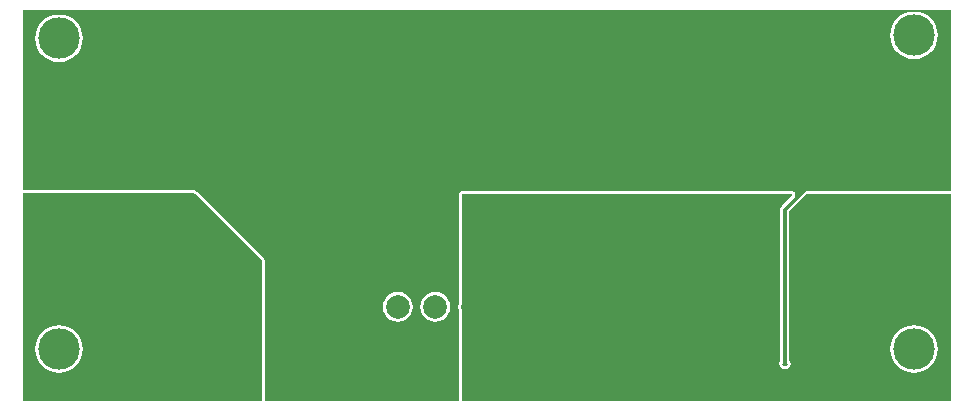
<source format=gbl>
%FSTAX23Y23*%
%MOIN*%
%SFA1B1*%

%IPPOS*%
%ADD13C,0.010000*%
%ADD25C,0.138000*%
%ADD26C,0.078700*%
%ADD27R,0.098400X0.078700*%
%ADD28C,0.017700*%
%LNpcb1-1*%
%LPD*%
G36*
X05254Y04248D02*
X05253Y04247D01*
X04772*
X04768Y04247*
X04765Y04244*
X04707Y04186*
X04705Y04183*
X04704Y04179*
Y03681*
X04704Y0368*
Y03679*
X04704Y03678*
X04705Y03677*
X04705Y03677*
X04706Y03676*
X04707Y03674*
X04708Y0367*
X04707Y03667*
X04705Y03664*
X04702Y03662*
X04699Y03661*
X04695Y03662*
X04693Y03664*
X04691Y03667*
X0469Y0367*
X04691Y03674*
X04692Y03676*
X04692Y03677*
X04693Y03677*
X04693Y03678*
X04694Y03679*
Y0368*
X04694Y03681*
Y04185*
X04694Y04187*
X04696Y0419*
X04731Y04225*
X04734Y04229*
X04734Y04233*
X04734Y04237*
X04732Y04241*
X04729Y04244*
X04726Y04247*
X04722Y04247*
X03624*
X0362Y04247*
X03617Y04244*
X03615Y04241*
X03614Y04237*
Y03879*
X03611Y03872*
X0361Y0386*
X03611Y03847*
X03614Y03841*
Y03546*
X03613Y03545*
X02965*
Y04015*
X02964Y04018*
X02962Y04022*
X02737Y04247*
X02733Y04249*
X0273Y0425*
X0216*
Y04849*
X05254*
Y04248*
G37*
G36*
X05253Y03546D02*
X03624D01*
Y04237*
X04722*
X04724Y04233*
X04688Y04196*
X04685Y04191*
X04684Y04186*
Y03681*
X04681Y03678*
X0468Y0367*
X04681Y03663*
X04685Y03657*
X04691Y03652*
X04699Y03651*
X04706Y03652*
X04712Y03657*
X04717Y03663*
X04718Y0367*
X04717Y03678*
X04714Y03681*
Y04179*
X04772Y04237*
X05253*
Y03546*
G37*
G36*
X02955Y04015D02*
Y03545D01*
X0216*
Y0424*
X0273*
X02955Y04015*
G37*
%LNpcb1-2*%
%LPC*%
G36*
X0513Y04844D02*
X05114Y04842D01*
X05099Y04838*
X05085Y04831*
X05073Y04821*
X05064Y04809*
X05056Y04795*
X05052Y0478*
X0505Y04765*
X05052Y04749*
X05056Y04734*
X05064Y0472*
X05073Y04708*
X05085Y04699*
X05099Y04691*
X05114Y04687*
X0513Y04685*
X05145Y04687*
X0516Y04691*
X05174Y04699*
X05186Y04708*
X05196Y0472*
X05203Y04734*
X05207Y04749*
X05209Y04765*
X05207Y0478*
X05203Y04795*
X05196Y04809*
X05186Y04821*
X05174Y04831*
X0516Y04838*
X05145Y04842*
X0513Y04844*
G37*
G36*
X0228Y04834D02*
X02264Y04832D01*
X02249Y04828*
X02235Y04821*
X02223Y04811*
X02214Y04799*
X02206Y04785*
X02202Y0477*
X022Y04755*
X02202Y04739*
X02206Y04724*
X02214Y0471*
X02223Y04698*
X02235Y04689*
X02249Y04681*
X02264Y04677*
X0228Y04675*
X02295Y04677*
X0231Y04681*
X02324Y04689*
X02336Y04698*
X02346Y0471*
X02353Y04724*
X02357Y04739*
X02359Y04755*
X02357Y0477*
X02353Y04785*
X02346Y04799*
X02336Y04811*
X02324Y04821*
X0231Y04828*
X02295Y04832*
X0228Y04834*
G37*
G36*
X03534Y03909D02*
X03521Y03908D01*
X03509Y03903*
X03498Y03895*
X0349Y03884*
X03485Y03872*
X03484Y0386*
X03485Y03847*
X0349Y03835*
X03498Y03824*
X03509Y03816*
X03521Y03811*
X03534Y0381*
X03546Y03811*
X03558Y03816*
X03569Y03824*
X03577Y03835*
X03582Y03847*
X03583Y0386*
X03582Y03872*
X03577Y03884*
X03569Y03895*
X03558Y03903*
X03546Y03908*
X03534Y03909*
G37*
G36*
X03408D02*
X03395Y03908D01*
X03383Y03903*
X03373Y03895*
X03365Y03884*
X0336Y03872*
X03359Y0386*
X0336Y03847*
X03365Y03835*
X03373Y03824*
X03383Y03816*
X03395Y03811*
X03408Y0381*
X03421Y03811*
X03433Y03816*
X03444Y03824*
X03451Y03835*
X03456Y03847*
X03458Y0386*
X03456Y03872*
X03451Y03884*
X03444Y03895*
X03433Y03903*
X03421Y03908*
X03408Y03909*
G37*
G36*
X0513Y03799D02*
X05114Y03797D01*
X05099Y03793*
X05085Y03786*
X05073Y03776*
X05064Y03764*
X05056Y0375*
X05052Y03735*
X0505Y0372*
X05052Y03704*
X05056Y03689*
X05064Y03675*
X05073Y03663*
X05085Y03654*
X05099Y03646*
X05114Y03642*
X0513Y0364*
X05145Y03642*
X0516Y03646*
X05174Y03654*
X05186Y03663*
X05196Y03675*
X05203Y03689*
X05207Y03704*
X05209Y0372*
X05207Y03735*
X05203Y0375*
X05196Y03764*
X05186Y03776*
X05174Y03786*
X0516Y03793*
X05145Y03797*
X0513Y03799*
G37*
G36*
X0228D02*
X02264Y03797D01*
X02249Y03793*
X02235Y03786*
X02223Y03776*
X02214Y03764*
X02206Y0375*
X02202Y03735*
X022Y0372*
X02202Y03704*
X02206Y03689*
X02214Y03675*
X02223Y03663*
X02235Y03654*
X02249Y03646*
X02264Y03642*
X0228Y0364*
X02295Y03642*
X0231Y03646*
X02324Y03654*
X02336Y03663*
X02346Y03675*
X02353Y03689*
X02357Y03704*
X02359Y0372*
X02357Y03735*
X02353Y0375*
X02346Y03764*
X02336Y03776*
X02324Y03786*
X0231Y03793*
X02295Y03797*
X0228Y03799*
G37*
%LNpcb1-3*%
%LPD*%
G54D13*
X04699Y04186D02*
X04838Y04325D01*
X05095*
X04699Y0367D02*
Y04186D01*
G54D25*
X0228Y0372D03*
X0513D03*
Y04765D03*
X0228Y04755D03*
G54D26*
X02908Y0461D03*
X04285D03*
Y0386D03*
X0366D03*
X03534D03*
X03408D03*
X02908D03*
G54D27*
X05095Y04325D03*
Y04125D03*
X02305Y04145D03*
Y04345D03*
G54D28*
X052Y042D03*
X05225Y0415D03*
X052Y041D03*
X05225Y0405D03*
X052Y04D03*
X05225Y0395D03*
X052Y039D03*
X05225Y0385D03*
X052Y038D03*
X05225Y0375D03*
Y0365D03*
X052Y036D03*
X0515Y042D03*
X05175Y0415D03*
Y0405D03*
X0515Y04D03*
X05175Y0395D03*
X0515Y039D03*
X05175Y0385D03*
X0515Y036D03*
X051Y042D03*
X05125Y0405D03*
X051Y04D03*
X05125Y0395D03*
X051Y039D03*
X05125Y0385D03*
X051Y036D03*
X0505Y042D03*
X05075Y0405D03*
X0505Y04D03*
X05075Y0395D03*
X0505Y039D03*
X05075Y0385D03*
X0505Y038D03*
X05075Y0365D03*
X0505Y036D03*
X05Y042D03*
X05025Y0415D03*
X05Y041D03*
X05025Y0405D03*
X05Y04D03*
X05025Y0395D03*
X05Y039D03*
X05025Y0385D03*
X05Y038D03*
X05025Y0375D03*
X05Y037D03*
X05025Y0365D03*
X05Y036D03*
X0495Y042D03*
X04975Y0415D03*
X0495Y041D03*
X04975Y0405D03*
X0495Y04D03*
X04975Y0395D03*
X0495Y039D03*
X04975Y0385D03*
X0495Y038D03*
X04975Y0375D03*
X0495Y037D03*
X04975Y0365D03*
X0495Y036D03*
X049Y042D03*
X04925Y0415D03*
X049Y041D03*
X04925Y0405D03*
X049Y04D03*
X04925Y0395D03*
X049Y039D03*
X04925Y0385D03*
X049Y038D03*
X04925Y0375D03*
X049Y037D03*
X04925Y0365D03*
X049Y036D03*
X0485Y042D03*
X04875Y0415D03*
X0485Y041D03*
X04875Y0405D03*
X0485Y04D03*
X04875Y0395D03*
X0485Y039D03*
X04875Y0385D03*
X0485Y038D03*
X04875Y0375D03*
X0485Y037D03*
X04875Y0365D03*
X0485Y036D03*
X048Y042D03*
X04825Y0415D03*
X048Y041D03*
X04825Y0405D03*
X048Y04D03*
X04825Y0395D03*
X048Y039D03*
X04825Y0385D03*
X048Y038D03*
X04825Y0375D03*
X048Y037D03*
X04825Y0365D03*
X048Y036D03*
X0475Y042D03*
X04775Y0415D03*
X0475Y041D03*
X04775Y0405D03*
X0475Y04D03*
X04775Y0395D03*
X0475Y039D03*
X04775Y0385D03*
X0475Y038D03*
X04775Y0375D03*
X0475Y037D03*
X04775Y0365D03*
X0475Y036D03*
X04725Y0405D03*
X047Y036D03*
X0465Y042D03*
Y041D03*
Y04D03*
Y039D03*
Y038D03*
Y037D03*
Y036D03*
X046Y042D03*
X04625Y0415D03*
X046Y041D03*
X04625Y0405D03*
X046Y04D03*
X04625Y0395D03*
X046Y039D03*
X04625Y0385D03*
X046Y038D03*
X04625Y0375D03*
X046Y037D03*
X04625Y0365D03*
X046Y036D03*
X0455Y042D03*
X04575Y0415D03*
X0455Y041D03*
X04575Y0405D03*
X0455Y04D03*
X04575Y0395D03*
X0455Y039D03*
X04575Y0385D03*
X0455Y038D03*
X04575Y0375D03*
X0455Y037D03*
X04575Y0365D03*
X0455Y036D03*
X04525Y0415D03*
X045Y041D03*
X04525Y0405D03*
X045Y04D03*
X04525Y0395D03*
X045Y039D03*
X04525Y0385D03*
X045Y038D03*
X04525Y0375D03*
X045Y037D03*
X04525Y0365D03*
X045Y036D03*
X04475Y0415D03*
X0445Y041D03*
X04475Y0405D03*
X0445Y04D03*
X04475Y0395D03*
X0445Y039D03*
X04475Y0385D03*
X0445Y038D03*
X04475Y0375D03*
X0445Y037D03*
X04475Y0365D03*
X0445Y036D03*
X044Y042D03*
X04425Y0415D03*
X044Y041D03*
X04425Y0405D03*
X044Y04D03*
X04425Y0395D03*
X044Y039D03*
X04425Y0385D03*
X044Y038D03*
X04425Y0375D03*
X044Y037D03*
X04425Y0365D03*
X044Y036D03*
X0435Y042D03*
X04375Y0415D03*
X0435Y041D03*
X04375Y0405D03*
X0435Y04D03*
X04375Y0395D03*
X0435Y039D03*
X04375Y0385D03*
X0435Y038D03*
X04375Y0375D03*
X0435Y037D03*
X04375Y0365D03*
X0435Y036D03*
X043Y042D03*
X04325Y0415D03*
X043Y041D03*
X04325Y0405D03*
X043Y04D03*
X04325Y0395D03*
X043Y038D03*
X04325Y0375D03*
X043Y037D03*
X04325Y0365D03*
X043Y036D03*
X0425Y042D03*
X04275Y0415D03*
X0425Y041D03*
X04275Y0405D03*
X0425Y04D03*
X04275Y0395D03*
X0425Y039D03*
Y038D03*
X04275Y0375D03*
X0425Y037D03*
X04275Y0365D03*
X0425Y036D03*
X042Y042D03*
X04225Y0415D03*
X042Y041D03*
X04225Y0405D03*
X042Y04D03*
X04225Y0395D03*
X042Y039D03*
X04225Y0385D03*
X042Y038D03*
X04225Y0375D03*
X042Y037D03*
X04225Y0365D03*
X042Y036D03*
X0415Y042D03*
X04175Y0415D03*
X0415Y041D03*
X04175Y0405D03*
X0415Y04D03*
X04175Y0395D03*
X0415Y039D03*
X04175Y0385D03*
X0415Y038D03*
X04175Y0375D03*
X0415Y037D03*
X04175Y0365D03*
X0415Y036D03*
X041Y042D03*
X04125Y0415D03*
X041Y041D03*
X04125Y0405D03*
X041Y04D03*
X04125Y0395D03*
X041Y039D03*
X04125Y0385D03*
X041Y038D03*
X04125Y0375D03*
X041Y037D03*
X04125Y0365D03*
X041Y036D03*
X0405Y042D03*
X04075Y0415D03*
X0405Y041D03*
X04075Y0405D03*
X0405Y04D03*
X04075Y0395D03*
X0405Y039D03*
X04075Y0385D03*
X0405Y038D03*
X04075Y0375D03*
X0405Y037D03*
X04075Y0365D03*
X0405Y036D03*
X04Y042D03*
X04025Y0415D03*
X04Y041D03*
X04025Y0405D03*
X04Y04D03*
X04025Y0395D03*
X04Y039D03*
X04025Y0385D03*
X04Y038D03*
X04025Y0375D03*
X04Y037D03*
X04025Y0365D03*
X04Y036D03*
X0395Y042D03*
X03975Y0415D03*
X0395Y041D03*
X03975Y0405D03*
X0395Y04D03*
X03975Y0395D03*
X0395Y039D03*
X03975Y0385D03*
X0395Y038D03*
X03975Y0375D03*
X0395Y037D03*
X03975Y0365D03*
X0395Y036D03*
X039Y042D03*
X03925Y0415D03*
X039Y041D03*
X03925Y0405D03*
X039Y04D03*
X03925Y0395D03*
X039Y039D03*
X03925Y0385D03*
X039Y038D03*
X03925Y0375D03*
X039Y037D03*
X03925Y0365D03*
X039Y036D03*
X0385Y042D03*
X03875Y0415D03*
X0385Y041D03*
X03875Y0405D03*
X0385Y04D03*
X03875Y0395D03*
X0385Y039D03*
X03875Y0385D03*
X0385Y038D03*
X03875Y0375D03*
X0385Y037D03*
X03875Y0365D03*
X0385Y036D03*
X038Y042D03*
X03825Y0415D03*
X038Y041D03*
X03825Y0405D03*
X038Y04D03*
X03825Y0395D03*
X038Y039D03*
X03825Y0385D03*
X038Y038D03*
X03825Y0375D03*
X038Y037D03*
X03825Y0365D03*
X038Y036D03*
X0375Y042D03*
X03775Y0415D03*
X0375Y041D03*
X03775Y0405D03*
X0375Y04D03*
X03775Y0395D03*
X0375Y039D03*
X03775Y0385D03*
X0375Y038D03*
X03775Y0375D03*
X0375Y037D03*
X03775Y0365D03*
X0375Y036D03*
X037Y042D03*
X03725Y0415D03*
X037Y041D03*
X03725Y0405D03*
X037Y04D03*
X03725Y0395D03*
X037Y039D03*
X03725Y0385D03*
X037Y038D03*
X03725Y0375D03*
X037Y037D03*
X03725Y0365D03*
X037Y036D03*
X0365Y042D03*
X03675Y0415D03*
X0365Y041D03*
X03675Y0405D03*
X0365Y04D03*
X03675Y0395D03*
X0365Y038D03*
X03675Y0375D03*
X0365Y037D03*
X03675Y0365D03*
X0365Y036D03*
X04699Y0367D03*
X029Y04D03*
X02925Y0395D03*
X029Y038D03*
X02925Y0375D03*
X029Y037D03*
X02925Y0365D03*
X029Y036D03*
X0285Y041D03*
X02875Y0405D03*
X0285Y04D03*
X02875Y0395D03*
X0285Y039D03*
Y038D03*
X02875Y0375D03*
X0285Y037D03*
X02875Y0365D03*
X0285Y036D03*
X028Y041D03*
X02825Y0405D03*
X028Y04D03*
X02825Y0395D03*
X028Y039D03*
X02825Y0385D03*
X028Y038D03*
X02825Y0375D03*
X028Y037D03*
X02825Y0365D03*
X028Y036D03*
X02775Y0415D03*
X0275Y041D03*
X02775Y0405D03*
X0275Y04D03*
X02775Y0395D03*
X0275Y039D03*
X02775Y0385D03*
X0275Y038D03*
X02775Y0375D03*
X0275Y037D03*
X02775Y0365D03*
X0275Y036D03*
X02725Y0415D03*
X027Y041D03*
X02725Y0405D03*
X027Y04D03*
X02725Y0395D03*
X027Y039D03*
X02725Y0385D03*
X027Y038D03*
X02725Y0375D03*
X027Y037D03*
X02725Y0365D03*
X027Y036D03*
X02675Y0415D03*
X0265Y041D03*
X02675Y0405D03*
X0265Y04D03*
X02675Y0395D03*
X0265Y039D03*
X02675Y0385D03*
X0265Y038D03*
X02675Y0375D03*
X0265Y037D03*
X02675Y0365D03*
X0265Y036D03*
X02625Y0415D03*
X026Y041D03*
X02625Y0405D03*
X026Y04D03*
X02625Y0395D03*
X026Y039D03*
X02625Y0385D03*
X026Y038D03*
X02625Y0375D03*
X026Y037D03*
X02625Y0365D03*
X026Y036D03*
X0255Y042D03*
X02575Y0415D03*
X0255Y041D03*
X02575Y0405D03*
X0255Y04D03*
X02575Y0395D03*
X0255Y039D03*
X02575Y0385D03*
X0255Y038D03*
X02575Y0375D03*
X0255Y037D03*
X02575Y0365D03*
X0255Y036D03*
X025Y042D03*
X02525Y0415D03*
X025Y041D03*
X02525Y0405D03*
X025Y04D03*
X02525Y0395D03*
X025Y039D03*
X02525Y0385D03*
X025Y038D03*
X02525Y0375D03*
X025Y037D03*
X02525Y0365D03*
X025Y036D03*
X0245Y042D03*
X02475Y0415D03*
X0245Y041D03*
X02475Y0405D03*
X0245Y04D03*
X02475Y0395D03*
X0245Y039D03*
X02475Y0385D03*
X0245Y038D03*
X02475Y0375D03*
X0245Y037D03*
X02475Y0365D03*
X0245Y036D03*
X024Y042D03*
X02425Y0415D03*
X024Y041D03*
X02425Y0405D03*
X024Y04D03*
X02425Y0395D03*
X024Y039D03*
X02425Y0385D03*
X024Y038D03*
X02425Y0375D03*
X024Y037D03*
X02425Y0365D03*
X024Y036D03*
X0235Y042D03*
X02375Y0415D03*
Y0405D03*
X0235Y04D03*
X02375Y0395D03*
X0235Y039D03*
X02375Y0385D03*
X0235Y038D03*
X02375Y0375D03*
Y0365D03*
X0235Y036D03*
X023Y042D03*
X02325Y0405D03*
X023Y04D03*
X02325Y0395D03*
X023Y039D03*
X02325Y0385D03*
X023Y036D03*
X0225Y042D03*
X02275Y0405D03*
X0225Y04D03*
X02275Y0395D03*
X0225Y039D03*
X02275Y0385D03*
X0225Y036D03*
X022Y042D03*
X02225Y0415D03*
X022Y041D03*
X02225Y0405D03*
X022Y04D03*
X02225Y0395D03*
X022Y039D03*
X02225Y0385D03*
X022Y038D03*
X02225Y0365D03*
X022Y036D03*
X05225Y0475D03*
X052Y047D03*
X05225Y0465D03*
X052Y046D03*
X05225Y0455D03*
X052Y045D03*
X05225Y0445D03*
X052Y044D03*
X05225Y0435D03*
X052Y043D03*
X05175Y0465D03*
X0515Y046D03*
X05175Y0455D03*
X0515Y045D03*
X05175Y0445D03*
X0515Y044D03*
X05175Y0435D03*
X05125Y0465D03*
X051Y046D03*
X05125Y0455D03*
X051Y045D03*
X05125Y0445D03*
X051Y044D03*
X0505Y047D03*
X05075Y0465D03*
X0505Y046D03*
X05075Y0455D03*
X0505Y045D03*
X05075Y0445D03*
X0505Y044D03*
X05Y048D03*
X05025Y0475D03*
X05Y047D03*
X05025Y0465D03*
X05Y046D03*
X05025Y0455D03*
X05Y045D03*
X05025Y0445D03*
X05Y044D03*
X05025Y0435D03*
X05Y043D03*
X0495Y048D03*
X04975Y0475D03*
X0495Y047D03*
X04975Y0465D03*
X0495Y046D03*
X04975Y0455D03*
X0495Y045D03*
X04975Y0445D03*
X0495Y044D03*
X04975Y0435D03*
X0495Y043D03*
X049Y048D03*
X04925Y0475D03*
X049Y047D03*
X04925Y0465D03*
X049Y046D03*
X04925Y0455D03*
X049Y045D03*
X04925Y0445D03*
X049Y044D03*
X04925Y0435D03*
X049Y043D03*
X0485Y048D03*
X04875Y0475D03*
X0485Y047D03*
X04875Y0465D03*
X0485Y046D03*
X04875Y0455D03*
X0485Y045D03*
X04875Y0445D03*
X0485Y044D03*
X04875Y0435D03*
X0485Y043D03*
X048Y048D03*
X04825Y0475D03*
X048Y047D03*
X04825Y0465D03*
X048Y046D03*
X04825Y0455D03*
X048Y045D03*
X04825Y0445D03*
X048Y044D03*
X04825Y0435D03*
X0475Y048D03*
X04775Y0475D03*
X0475Y047D03*
X04775Y0465D03*
X0475Y046D03*
X04775Y0455D03*
X0475Y045D03*
X04775Y0445D03*
X0475Y044D03*
X04775Y0435D03*
X0475Y043D03*
X047Y048D03*
X04725Y0475D03*
X047Y047D03*
X04725Y0465D03*
X047Y046D03*
X04725Y0455D03*
X047Y045D03*
X04725Y0445D03*
X047Y044D03*
X0465Y048D03*
X04675Y0475D03*
X0465Y047D03*
X04675Y0465D03*
X0465Y046D03*
X04675Y0455D03*
X0465Y045D03*
X04675Y0445D03*
X0465Y044D03*
Y043D03*
X046Y048D03*
X04625Y0475D03*
X046Y047D03*
X04625Y0465D03*
X046Y046D03*
X04625Y0455D03*
X046Y045D03*
X04625Y0445D03*
X046Y044D03*
X04625Y0435D03*
X046Y043D03*
X0455Y048D03*
X04575Y0475D03*
X0455Y047D03*
X04575Y0465D03*
X0455Y046D03*
X04575Y0455D03*
X0455Y045D03*
X04575Y0445D03*
X0455Y044D03*
X04575Y0435D03*
X0455Y043D03*
X045Y048D03*
X04525Y0475D03*
X045Y047D03*
X04525Y0465D03*
X045Y046D03*
X04525Y0455D03*
X045Y045D03*
X04525Y0445D03*
X045Y044D03*
X04525Y0435D03*
X045Y043D03*
X0445Y048D03*
X04475Y0475D03*
X0445Y047D03*
X04475Y0465D03*
X0445Y046D03*
X04475Y0455D03*
X0445Y045D03*
X04475Y0445D03*
X0445Y044D03*
X04475Y0435D03*
X0445Y043D03*
X044Y048D03*
X04425Y0475D03*
X044Y047D03*
X04425Y0465D03*
X044Y046D03*
X04425Y0455D03*
X044Y045D03*
X04425Y0445D03*
X044Y044D03*
X04425Y0435D03*
X044Y043D03*
X0435Y048D03*
X04375Y0475D03*
X0435Y047D03*
X04375Y0465D03*
X0435Y046D03*
X04375Y0455D03*
X0435Y045D03*
X04375Y0445D03*
X0435Y044D03*
X04375Y0435D03*
X0435Y043D03*
X043Y048D03*
X04325Y0475D03*
X043Y047D03*
X04325Y0465D03*
Y0455D03*
X043Y045D03*
X04325Y0445D03*
X043Y044D03*
X04325Y0435D03*
X043Y043D03*
X0425Y048D03*
X04275Y0475D03*
X0425Y047D03*
X04275Y0455D03*
X0425Y045D03*
X04275Y0445D03*
X0425Y044D03*
X04275Y0435D03*
X0425Y043D03*
X042Y048D03*
X04225Y0475D03*
X042Y047D03*
X04225Y0465D03*
X042Y046D03*
X04225Y0455D03*
X042Y045D03*
X04225Y0445D03*
X042Y044D03*
X04225Y0435D03*
X042Y043D03*
X0415Y048D03*
X04175Y0475D03*
X0415Y047D03*
X04175Y0465D03*
X0415Y046D03*
X04175Y0455D03*
X0415Y045D03*
X04175Y0445D03*
X0415Y044D03*
X04175Y0435D03*
X0415Y043D03*
X041Y048D03*
X04125Y0475D03*
X041Y047D03*
X04125Y0465D03*
X041Y046D03*
X04125Y0455D03*
X041Y045D03*
X04125Y0445D03*
X041Y044D03*
X04125Y0435D03*
X041Y043D03*
X0405Y048D03*
X04075Y0475D03*
X0405Y047D03*
X04075Y0465D03*
X0405Y046D03*
X04075Y0455D03*
X0405Y045D03*
X04075Y0445D03*
X0405Y044D03*
X04075Y0435D03*
X0405Y043D03*
X04Y048D03*
X04025Y0475D03*
X04Y047D03*
X04025Y0465D03*
X04Y046D03*
X04025Y0455D03*
X04Y045D03*
X04025Y0445D03*
X04Y044D03*
X04025Y0435D03*
X04Y043D03*
X0395Y048D03*
X03975Y0475D03*
X0395Y047D03*
X03975Y0465D03*
X0395Y046D03*
X03975Y0455D03*
X0395Y045D03*
X03975Y0445D03*
X0395Y044D03*
X03975Y0435D03*
X0395Y043D03*
X039Y048D03*
X03925Y0475D03*
X039Y047D03*
X03925Y0465D03*
X039Y046D03*
X03925Y0455D03*
X039Y045D03*
X03925Y0445D03*
X039Y044D03*
X03925Y0435D03*
X039Y043D03*
X0385Y048D03*
X03875Y0475D03*
X0385Y047D03*
X03875Y0465D03*
X0385Y046D03*
X03875Y0455D03*
X0385Y045D03*
X03875Y0445D03*
X0385Y044D03*
X03875Y0435D03*
X0385Y043D03*
X038Y048D03*
X03825Y0475D03*
X038Y047D03*
X03825Y0465D03*
X038Y046D03*
X03825Y0455D03*
X038Y045D03*
X03825Y0445D03*
X038Y044D03*
X03825Y0435D03*
X038Y043D03*
X0375Y048D03*
X03775Y0475D03*
X0375Y047D03*
X03775Y0465D03*
X0375Y046D03*
X03775Y0455D03*
X0375Y045D03*
X03775Y0445D03*
X0375Y044D03*
X03775Y0435D03*
X0375Y043D03*
X037Y048D03*
X03725Y0475D03*
X037Y047D03*
X03725Y0465D03*
X037Y046D03*
X03725Y0455D03*
X037Y045D03*
X03725Y0445D03*
X037Y044D03*
X03725Y0435D03*
X037Y043D03*
X0365Y048D03*
X03675Y0475D03*
X0365Y047D03*
X03675Y0465D03*
X0365Y046D03*
X03675Y0455D03*
X0365Y045D03*
X03675Y0445D03*
X0365Y044D03*
X03675Y0435D03*
X0365Y043D03*
X036Y048D03*
X03625Y0475D03*
X036Y047D03*
X03625Y0465D03*
X036Y046D03*
X03625Y0455D03*
X036Y045D03*
X03625Y0445D03*
X036Y044D03*
X03625Y0435D03*
X036Y043D03*
Y042D03*
Y041D03*
Y04D03*
Y039D03*
Y038D03*
Y037D03*
Y036D03*
X0355Y048D03*
X03575Y0475D03*
X0355Y047D03*
X03575Y0465D03*
X0355Y046D03*
X03575Y0455D03*
X0355Y045D03*
X03575Y0445D03*
X0355Y044D03*
X03575Y0435D03*
X0355Y043D03*
X03575Y0425D03*
X0355Y042D03*
X03575Y0415D03*
X0355Y041D03*
X03575Y0405D03*
X0355Y04D03*
X03575Y0395D03*
Y0375D03*
Y0365D03*
X035Y048D03*
X03525Y0475D03*
X035Y047D03*
X03525Y0465D03*
X035Y046D03*
X03525Y0455D03*
X035Y045D03*
X03525Y0445D03*
X035Y044D03*
X03525Y0435D03*
X035Y043D03*
X03525Y0425D03*
X035Y042D03*
X03525Y0415D03*
X035Y041D03*
X03525Y0405D03*
X035Y04D03*
X03525Y0395D03*
X035Y038D03*
Y037D03*
X0345Y048D03*
X03475Y0475D03*
X0345Y047D03*
X03475Y0465D03*
X0345Y046D03*
X03475Y0455D03*
X0345Y045D03*
X03475Y0445D03*
X0345Y044D03*
X03475Y0435D03*
X0345Y043D03*
X03475Y0425D03*
X0345Y042D03*
X03475Y0415D03*
X0345Y041D03*
X03475Y0405D03*
X0345Y04D03*
X03475Y0395D03*
Y0385D03*
X0345Y038D03*
X03475Y0375D03*
X0345Y037D03*
Y036D03*
X034Y048D03*
X03425Y0475D03*
X034Y047D03*
X03425Y0465D03*
X034Y046D03*
X03425Y0455D03*
X034Y045D03*
X03425Y0445D03*
X034Y044D03*
X03425Y0435D03*
X034Y043D03*
X03425Y0425D03*
X034Y042D03*
X03425Y0415D03*
X034Y041D03*
X03425Y0405D03*
X034Y04D03*
X03425Y0395D03*
X034Y038D03*
X03425Y0375D03*
X034Y037D03*
X03425Y0365D03*
X034Y036D03*
X0335Y048D03*
X03375Y0475D03*
X0335Y047D03*
X03375Y0465D03*
X0335Y046D03*
X03375Y0455D03*
X0335Y045D03*
X03375Y0445D03*
X0335Y044D03*
X03375Y0435D03*
X0335Y043D03*
X03375Y0425D03*
X0335Y042D03*
X03375Y0415D03*
X0335Y041D03*
X03375Y0405D03*
X0335Y04D03*
X03375Y0395D03*
X0335Y039D03*
Y038D03*
X03375Y0375D03*
X0335Y037D03*
X03375Y0365D03*
X0335Y036D03*
X033Y048D03*
X03325Y0475D03*
X033Y047D03*
X03325Y0465D03*
X033Y046D03*
X03325Y0455D03*
X033Y045D03*
X03325Y0445D03*
X033Y044D03*
X03325Y0435D03*
X033Y043D03*
X03325Y0425D03*
X033Y042D03*
X03325Y0415D03*
X033Y041D03*
X03325Y0405D03*
X033Y04D03*
X03325Y0395D03*
X033Y039D03*
X03325Y0385D03*
X033Y038D03*
X03325Y0375D03*
X033Y037D03*
X03325Y0365D03*
X033Y036D03*
X0325Y048D03*
X03275Y0475D03*
X0325Y047D03*
X03275Y0465D03*
X0325Y046D03*
X03275Y0455D03*
X0325Y045D03*
X03275Y0445D03*
X0325Y044D03*
X03275Y0435D03*
X0325Y043D03*
X03275Y0425D03*
X0325Y042D03*
X03275Y0415D03*
X0325Y041D03*
X03275Y0405D03*
X0325Y04D03*
X03275Y0395D03*
X0325Y039D03*
X03275Y0385D03*
X0325Y038D03*
X03275Y0375D03*
X0325Y037D03*
X03275Y0365D03*
X0325Y036D03*
X032Y048D03*
X03225Y0475D03*
X032Y047D03*
X03225Y0465D03*
X032Y046D03*
X03225Y0455D03*
X032Y045D03*
X03225Y0445D03*
X032Y044D03*
X03225Y0435D03*
X032Y043D03*
X03225Y0425D03*
X032Y042D03*
X03225Y0415D03*
X032Y041D03*
X03225Y0405D03*
X032Y04D03*
X03225Y0395D03*
X032Y039D03*
X03225Y0385D03*
X032Y038D03*
X03225Y0375D03*
X032Y037D03*
X03225Y0365D03*
X032Y036D03*
X0315Y048D03*
X03175Y0475D03*
X0315Y047D03*
X03175Y0465D03*
X0315Y046D03*
X03175Y0455D03*
X0315Y045D03*
X03175Y0445D03*
X0315Y044D03*
X03175Y0435D03*
X0315Y043D03*
X03175Y0425D03*
X0315Y042D03*
X03175Y0415D03*
X0315Y041D03*
X03175Y0405D03*
X0315Y04D03*
X03175Y0395D03*
X0315Y039D03*
X03175Y0385D03*
X0315Y038D03*
X03175Y0375D03*
X0315Y037D03*
X03175Y0365D03*
X0315Y036D03*
X031Y048D03*
X03125Y0475D03*
X031Y047D03*
X03125Y0465D03*
X031Y046D03*
X03125Y0455D03*
X031Y045D03*
X03125Y0445D03*
X031Y044D03*
X03125Y0435D03*
X031Y043D03*
X03125Y0425D03*
X031Y042D03*
X03125Y0415D03*
X031Y041D03*
X03125Y0405D03*
X031Y04D03*
X03125Y0395D03*
X031Y039D03*
X03125Y0385D03*
X031Y038D03*
X03125Y0375D03*
X031Y037D03*
X03125Y0365D03*
X031Y036D03*
X0305Y048D03*
X03075Y0475D03*
X0305Y047D03*
X03075Y0465D03*
X0305Y046D03*
X03075Y0455D03*
X0305Y045D03*
X03075Y0445D03*
X0305Y044D03*
X03075Y0435D03*
X0305Y043D03*
X03075Y0425D03*
X0305Y042D03*
X03075Y0415D03*
X0305Y041D03*
X03075Y0405D03*
X0305Y04D03*
X03075Y0395D03*
X0305Y039D03*
X03075Y0385D03*
X0305Y038D03*
X03075Y0375D03*
X0305Y037D03*
X03075Y0365D03*
X0305Y036D03*
X03Y048D03*
X03025Y0475D03*
X03Y047D03*
X03025Y0465D03*
X03Y046D03*
X03025Y0455D03*
X03Y045D03*
X03025Y0445D03*
X03Y044D03*
X03025Y0435D03*
X03Y043D03*
X03025Y0425D03*
X03Y042D03*
X03025Y0415D03*
X03Y041D03*
X03025Y0405D03*
X03Y04D03*
X03025Y0395D03*
X03Y039D03*
X03025Y0385D03*
X03Y038D03*
X03025Y0375D03*
X03Y037D03*
X03025Y0365D03*
X03Y036D03*
X0295Y048D03*
X02975Y0475D03*
X0295Y047D03*
X02975Y0465D03*
Y0455D03*
X0295Y045D03*
X02975Y0445D03*
X0295Y044D03*
X02975Y0435D03*
X0295Y043D03*
X02975Y0425D03*
X0295Y042D03*
X02975Y0415D03*
X0295Y041D03*
X02975Y0405D03*
Y0395D03*
Y0385D03*
Y0375D03*
Y0365D03*
X029Y048D03*
X02925Y0475D03*
X029Y047D03*
X02925Y0455D03*
X029Y045D03*
X02925Y0445D03*
X029Y044D03*
X02925Y0435D03*
X029Y043D03*
X02925Y0425D03*
X029Y042D03*
X02925Y0415D03*
X029Y041D03*
X0285Y048D03*
X02875Y0475D03*
X0285Y047D03*
Y046D03*
X02875Y0455D03*
X0285Y045D03*
X02875Y0445D03*
X0285Y044D03*
X02875Y0435D03*
X0285Y043D03*
X02875Y0425D03*
X0285Y042D03*
X02875Y0415D03*
X028Y048D03*
X02825Y0475D03*
X028Y047D03*
X02825Y0465D03*
X028Y046D03*
X02825Y0455D03*
X028Y045D03*
X02825Y0445D03*
X028Y044D03*
X02825Y0435D03*
X028Y043D03*
X02825Y0425D03*
X028Y042D03*
X0275Y048D03*
X02775Y0475D03*
X0275Y047D03*
X02775Y0465D03*
X0275Y046D03*
X02775Y0455D03*
X0275Y045D03*
X02775Y0445D03*
X0275Y044D03*
X02775Y0435D03*
X0275Y043D03*
X02775Y0425D03*
X027Y048D03*
X02725Y0475D03*
X027Y047D03*
X02725Y0465D03*
X027Y046D03*
X02725Y0455D03*
X027Y045D03*
X02725Y0445D03*
X027Y044D03*
X02725Y0435D03*
X027Y043D03*
X0265Y048D03*
X02675Y0475D03*
X0265Y047D03*
X02675Y0465D03*
X0265Y046D03*
X02675Y0455D03*
X0265Y045D03*
X02675Y0445D03*
X0265Y044D03*
X02675Y0435D03*
X0265Y043D03*
X026Y048D03*
X02625Y0475D03*
X026Y047D03*
X02625Y0465D03*
X026Y046D03*
X02625Y0455D03*
X026Y045D03*
X02625Y0445D03*
X026Y044D03*
X02625Y0435D03*
X026Y043D03*
X0255Y048D03*
X02575Y0475D03*
X0255Y047D03*
X02575Y0465D03*
X0255Y046D03*
X02575Y0455D03*
X0255Y045D03*
X02575Y0445D03*
X0255Y044D03*
X02575Y0435D03*
X0255Y043D03*
X025Y048D03*
X02525Y0475D03*
X025Y047D03*
X02525Y0465D03*
X025Y046D03*
X02525Y0455D03*
X025Y045D03*
X02525Y0445D03*
X025Y044D03*
X02525Y0435D03*
X025Y043D03*
X0245Y048D03*
X02475Y0475D03*
X0245Y047D03*
X02475Y0465D03*
X0245Y046D03*
X02475Y0455D03*
X0245Y045D03*
X02475Y0445D03*
X0245Y044D03*
X02475Y0435D03*
X0245Y043D03*
X024Y048D03*
X02425Y0475D03*
X024Y047D03*
X02425Y0465D03*
X024Y046D03*
X02425Y0455D03*
X024Y045D03*
X02425Y0445D03*
X024Y044D03*
X02425Y0435D03*
X024Y043D03*
X02375Y0475D03*
X0235Y047D03*
X02375Y0465D03*
X0235Y046D03*
X02375Y0455D03*
X0235Y045D03*
X02375Y0445D03*
X0235Y044D03*
X02375Y0435D03*
X02325Y0465D03*
X023Y046D03*
X02325Y0455D03*
X023Y045D03*
X02325Y0445D03*
X023Y044D03*
X02275Y0465D03*
X0225Y046D03*
X02275Y0455D03*
X0225Y045D03*
X02275Y0445D03*
X0225Y044D03*
X022Y048D03*
Y047D03*
X02225Y0465D03*
X022Y046D03*
X02225Y0455D03*
X022Y045D03*
X02225Y0445D03*
X022Y044D03*
X02225Y0435D03*
X022Y043D03*
M02*
</source>
